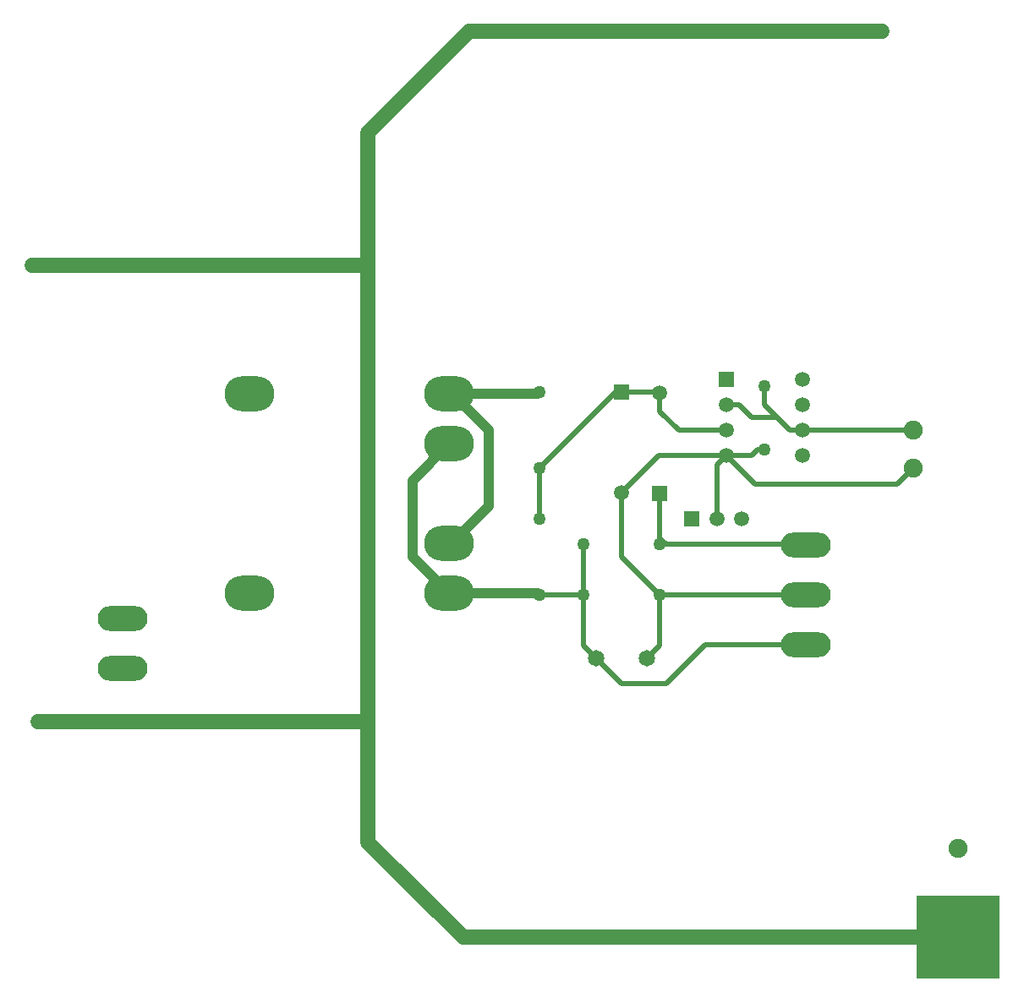
<source format=gbr>
G04 DipTrace 4.3.0.1*
G04 2 - Bottom.gbr*
%MOMM*%
G04 #@! TF.FileFunction,Copper,L2,Bot*
G04 #@! TF.Part,Single*
G04 #@! TA.AperFunction,Conductor*
%ADD15C,1.5*%
%ADD16C,1.0*%
%ADD17C,0.5*%
G04 #@! TA.AperFunction,ComponentPad*
%ADD19R,8.4X8.4*%
%ADD21O,5.0X3.5*%
%ADD22O,5.0X2.5*%
%ADD23C,1.27*%
%ADD24C,1.27*%
%ADD25C,1.905*%
%ADD26C,1.65*%
%ADD27C,1.0*%
%ADD28R,1.5X1.5*%
%ADD29C,1.5*%
%FSLAX35Y35*%
G04*
G71*
G90*
G75*
G01*
G04 Bottom*
%LPD*%
X-646000Y1000000D2*
D16*
X-619000D1*
X-254000Y635000D1*
Y-127000D1*
X-636500Y-509500D1*
X-646000Y-500000D1*
Y1000000D2*
X238000D1*
X254000Y1016000D1*
X-646000Y-1000000D2*
X-1016000Y-630000D1*
Y130000D1*
X-646000Y500000D1*
Y-1000000D2*
X238000D1*
X254000Y-1016000D1*
D17*
X698500D1*
Y-508000D2*
Y-1016000D1*
Y-1524000D1*
X825500Y-1651000D1*
X1079500Y-1905000D1*
X1524000D1*
X1913000Y-1516000D1*
X2921000D1*
X254000Y-254000D2*
Y254000D1*
X1016000Y1016000D1*
X1079500D1*
X1454500D1*
X1460500Y1010000D1*
Y825500D1*
X1651000Y635000D1*
X2127250D1*
X1460500Y-1016000D2*
Y-1524000D1*
X1333500Y-1651000D1*
X1460500Y-1016000D2*
X2921000D1*
X1079500Y6000D2*
Y-635000D1*
X1460500Y-1016000D1*
X2508250Y444500D2*
X2444750D1*
X2381250Y381000D1*
X2127250D1*
X1454500D1*
X1079500Y6000D1*
X2127250Y381000D2*
X2413000Y95250D1*
X3841750D1*
X4000500Y254000D1*
X2032000Y-254000D2*
Y285750D1*
X2127250Y381000D1*
X1460500Y-508000D2*
X1524000D1*
X2913000D1*
X2921000Y-516000D1*
X1460500Y0D2*
Y-444500D1*
X1524000Y-508000D1*
X4445000Y-4445000D2*
D15*
X-508000D1*
X-1460500Y-3492500D1*
Y-2286000D1*
Y2286000D1*
Y3619500D1*
X-444500Y4635500D1*
X3683000D1*
X-4826000Y2286000D2*
X-1460500D1*
X-4762500Y-2286000D2*
X-1460500D1*
X2889250Y635000D2*
D17*
X2762250D1*
X2635250Y762000D1*
X2381250D1*
X2254250Y889000D1*
X2127250D1*
X2508250Y1079500D2*
Y889000D1*
X2762250Y635000D1*
X2889250D2*
X4000500D1*
D19*
X4445000Y-4445000D3*
D21*
X-2646000Y1000000D3*
Y-1000000D3*
X-646000Y1000000D3*
Y500000D3*
Y-500000D3*
Y-1000000D3*
D22*
X-3920500Y-1253500D3*
Y-1753500D3*
D23*
X254000Y1016000D3*
D24*
Y254000D3*
D23*
Y-254000D3*
D24*
Y-1016000D3*
D23*
X698500Y-508000D3*
D24*
X1460500D3*
D23*
X698500Y-1016000D3*
D24*
X1460500D3*
D22*
X2921000D3*
Y-516000D3*
D25*
X4000500Y635000D3*
D26*
X1333500Y-1651000D3*
X825500D3*
D27*
X3683000Y4635500D3*
D28*
X1460500Y0D3*
D29*
Y1010000D3*
D28*
X1079500Y1016000D3*
D29*
Y6000D3*
D25*
X4445000Y-3556000D3*
X4000500Y254000D3*
D28*
X2127250Y1143000D3*
D29*
Y889000D3*
Y635000D3*
Y381000D3*
X2889250D3*
Y635000D3*
Y889000D3*
Y1143000D3*
D23*
X2508250Y1079500D3*
D24*
Y444500D3*
D27*
X-4826000Y2286000D3*
X-4762500Y-2286000D3*
D28*
X1782000Y-254000D3*
D29*
X2032000D3*
X2282000D3*
D22*
X2921000Y-1516000D3*
M02*

</source>
